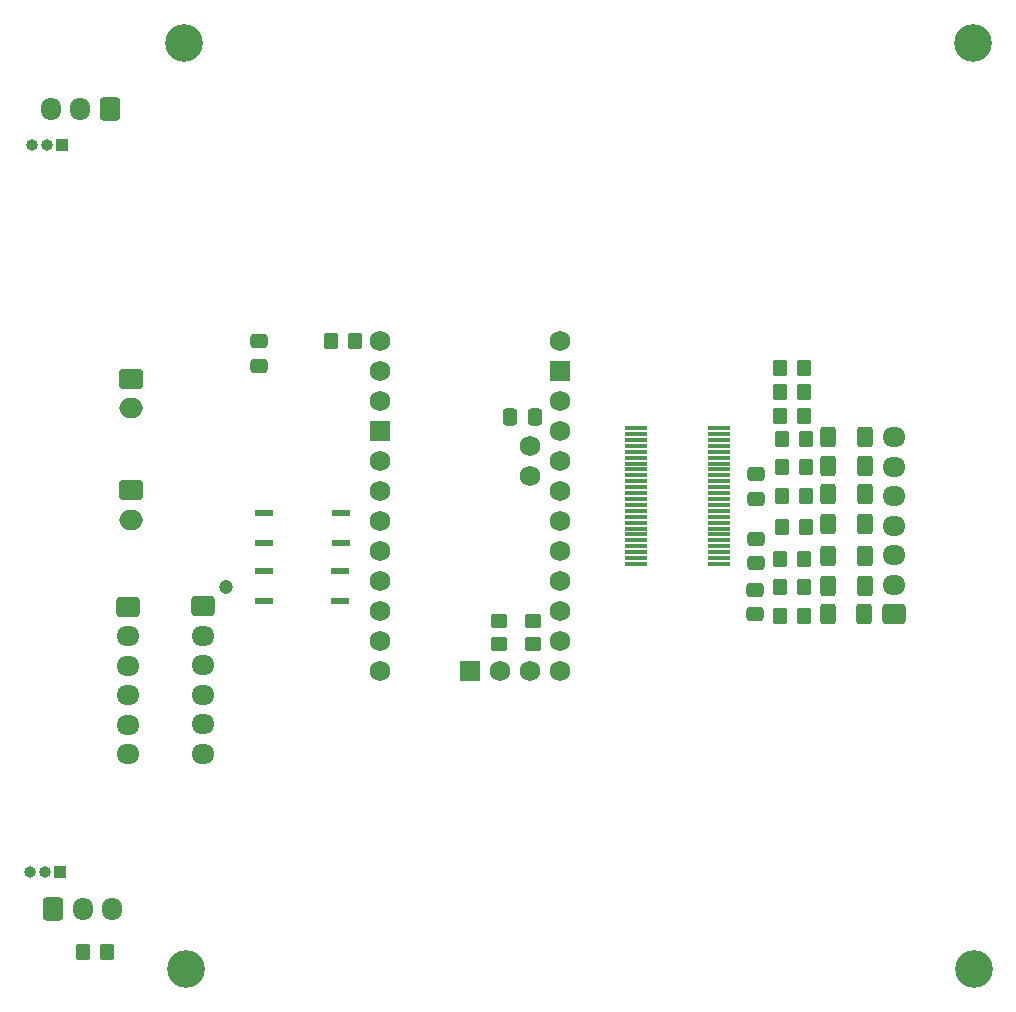
<source format=gbr>
%TF.GenerationSoftware,KiCad,Pcbnew,7.0.9*%
%TF.CreationDate,2024-01-19T18:50:41+05:30*%
%TF.ProjectId,BMS LTC6804-2,424d5320-4c54-4433-9638-30342d322e6b,rev?*%
%TF.SameCoordinates,Original*%
%TF.FileFunction,Soldermask,Bot*%
%TF.FilePolarity,Negative*%
%FSLAX46Y46*%
G04 Gerber Fmt 4.6, Leading zero omitted, Abs format (unit mm)*
G04 Created by KiCad (PCBNEW 7.0.9) date 2024-01-19 18:50:41*
%MOMM*%
%LPD*%
G01*
G04 APERTURE LIST*
G04 Aperture macros list*
%AMRoundRect*
0 Rectangle with rounded corners*
0 $1 Rounding radius*
0 $2 $3 $4 $5 $6 $7 $8 $9 X,Y pos of 4 corners*
0 Add a 4 corners polygon primitive as box body*
4,1,4,$2,$3,$4,$5,$6,$7,$8,$9,$2,$3,0*
0 Add four circle primitives for the rounded corners*
1,1,$1+$1,$2,$3*
1,1,$1+$1,$4,$5*
1,1,$1+$1,$6,$7*
1,1,$1+$1,$8,$9*
0 Add four rect primitives between the rounded corners*
20,1,$1+$1,$2,$3,$4,$5,0*
20,1,$1+$1,$4,$5,$6,$7,0*
20,1,$1+$1,$6,$7,$8,$9,0*
20,1,$1+$1,$8,$9,$2,$3,0*%
G04 Aperture macros list end*
%ADD10C,3.200000*%
%ADD11C,1.727200*%
%ADD12R,1.727200X1.727200*%
%ADD13RoundRect,0.250000X-0.725000X0.600000X-0.725000X-0.600000X0.725000X-0.600000X0.725000X0.600000X0*%
%ADD14O,1.950000X1.700000*%
%ADD15RoundRect,0.250000X0.600000X0.725000X-0.600000X0.725000X-0.600000X-0.725000X0.600000X-0.725000X0*%
%ADD16O,1.700000X1.950000*%
%ADD17RoundRect,0.250000X-0.750000X0.600000X-0.750000X-0.600000X0.750000X-0.600000X0.750000X0.600000X0*%
%ADD18O,2.000000X1.700000*%
%ADD19RoundRect,0.250000X0.725000X-0.600000X0.725000X0.600000X-0.725000X0.600000X-0.725000X-0.600000X0*%
%ADD20RoundRect,0.250000X-0.600000X-0.725000X0.600000X-0.725000X0.600000X0.725000X-0.600000X0.725000X0*%
%ADD21RoundRect,0.137500X0.662500X0.137500X-0.662500X0.137500X-0.662500X-0.137500X0.662500X-0.137500X0*%
%ADD22R,1.000000X1.000000*%
%ADD23O,1.000000X1.000000*%
%ADD24RoundRect,0.075000X0.875000X0.075000X-0.875000X0.075000X-0.875000X-0.075000X0.875000X-0.075000X0*%
%ADD25RoundRect,0.250000X0.350000X0.450000X-0.350000X0.450000X-0.350000X-0.450000X0.350000X-0.450000X0*%
%ADD26RoundRect,0.250000X-0.400000X-0.625000X0.400000X-0.625000X0.400000X0.625000X-0.400000X0.625000X0*%
%ADD27RoundRect,0.250000X-0.350000X-0.450000X0.350000X-0.450000X0.350000X0.450000X-0.350000X0.450000X0*%
%ADD28RoundRect,0.250000X0.475000X-0.337500X0.475000X0.337500X-0.475000X0.337500X-0.475000X-0.337500X0*%
%ADD29RoundRect,0.250000X-0.450000X0.350000X-0.450000X-0.350000X0.450000X-0.350000X0.450000X0.350000X0*%
%ADD30RoundRect,0.250000X-0.475000X0.337500X-0.475000X-0.337500X0.475000X-0.337500X0.475000X0.337500X0*%
%ADD31C,1.200000*%
%ADD32RoundRect,0.250000X0.337500X0.475000X-0.337500X0.475000X-0.337500X-0.475000X0.337500X-0.475000X0*%
G04 APERTURE END LIST*
D10*
%TO.C,H1*%
X104216200Y-19100800D03*
%TD*%
D11*
%TO.C,A1*%
X69215000Y-62103000D03*
X69215000Y-59563000D03*
X69215000Y-57023000D03*
X69215000Y-54483000D03*
X66675000Y-55753000D03*
X66675000Y-53213000D03*
X64135000Y-72263000D03*
X66675000Y-72263000D03*
X53975000Y-46863000D03*
X53975000Y-44323000D03*
X53975000Y-54483000D03*
X53975000Y-57023000D03*
X53975000Y-59563000D03*
X53975000Y-62103000D03*
X53975000Y-64643000D03*
X53975000Y-67183000D03*
X53975000Y-69723000D03*
X53975000Y-72263000D03*
X69215000Y-72263000D03*
X69215000Y-69723000D03*
X69215000Y-67183000D03*
X69215000Y-64643000D03*
D12*
X53975000Y-51943000D03*
X69215000Y-46863000D03*
X61595000Y-72263000D03*
D11*
X69215000Y-44323000D03*
X53975000Y-49403000D03*
X69215000Y-49403000D03*
X69215000Y-51943000D03*
%TD*%
D13*
%TO.C,J1*%
X32639000Y-66802000D03*
D14*
X32639000Y-69302000D03*
X32639000Y-71802000D03*
X32639000Y-74302000D03*
X32639000Y-76802000D03*
X32639000Y-79302000D03*
%TD*%
D10*
%TO.C,H4*%
X104241600Y-97485200D03*
%TD*%
D15*
%TO.C,J4*%
X31115000Y-24638000D03*
D16*
X28615000Y-24638000D03*
X26115000Y-24638000D03*
%TD*%
D17*
%TO.C,J7*%
X32914000Y-47518000D03*
D18*
X32914000Y-50018000D03*
%TD*%
D17*
%TO.C,J8*%
X32914000Y-56968000D03*
D18*
X32914000Y-59468000D03*
%TD*%
D19*
%TO.C,J9*%
X97536000Y-67451000D03*
D14*
X97536000Y-64951000D03*
X97536000Y-62451000D03*
X97536000Y-59951000D03*
X97536000Y-57451000D03*
X97536000Y-54951000D03*
X97536000Y-52451000D03*
%TD*%
D20*
%TO.C,J3*%
X26329000Y-92384000D03*
D16*
X28829000Y-92384000D03*
X31329000Y-92384000D03*
%TD*%
D21*
%TO.C,U3*%
X50671800Y-58877200D03*
X50671800Y-61417200D03*
X44171800Y-61417200D03*
X44171800Y-58877200D03*
%TD*%
D22*
%TO.C,J6*%
X26908000Y-89281000D03*
D23*
X25638000Y-89281000D03*
X24368000Y-89281000D03*
%TD*%
D24*
%TO.C,U9*%
X82677000Y-51690000D03*
X82677000Y-52190000D03*
X82677000Y-52690000D03*
X82677000Y-53190000D03*
X82677000Y-53690000D03*
X82677000Y-54190000D03*
X82677000Y-54690000D03*
X82677000Y-55190000D03*
X82677000Y-55690000D03*
X82677000Y-56190000D03*
X82677000Y-56690000D03*
X82677000Y-57190000D03*
X82677000Y-57690000D03*
X82677000Y-58190000D03*
X82677000Y-58690000D03*
X82677000Y-59190000D03*
X82677000Y-59690000D03*
X82677000Y-60190000D03*
X82677000Y-60690000D03*
X82677000Y-61190000D03*
X82677000Y-61690000D03*
X82677000Y-62190000D03*
X82677000Y-62690000D03*
X82677000Y-63190000D03*
X75677000Y-63190000D03*
X75677000Y-62690000D03*
X75677000Y-62190000D03*
X75677000Y-61690000D03*
X75677000Y-61190000D03*
X75677000Y-60690000D03*
X75677000Y-60190000D03*
X75677000Y-59690000D03*
X75677000Y-59190000D03*
X75677000Y-58690000D03*
X75677000Y-58190000D03*
X75677000Y-57690000D03*
X75677000Y-57190000D03*
X75677000Y-56690000D03*
X75677000Y-56190000D03*
X75677000Y-55690000D03*
X75677000Y-55190000D03*
X75677000Y-54690000D03*
X75677000Y-54190000D03*
X75677000Y-53690000D03*
X75677000Y-53190000D03*
X75677000Y-52690000D03*
X75677000Y-52190000D03*
X75677000Y-51690000D03*
%TD*%
D25*
%TO.C,R12*%
X89900000Y-67564000D03*
X87900000Y-67564000D03*
%TD*%
%TO.C,R16*%
X90027000Y-57404000D03*
X88027000Y-57404000D03*
%TD*%
%TO.C,R17*%
X90027000Y-54991000D03*
X88027000Y-54991000D03*
%TD*%
D26*
%TO.C,F2*%
X91922000Y-54864000D03*
X95022000Y-54864000D03*
%TD*%
D27*
%TO.C,R9*%
X49850800Y-44272200D03*
X51850800Y-44272200D03*
%TD*%
D25*
%TO.C,R13*%
X89900000Y-65151000D03*
X87900000Y-65151000D03*
%TD*%
D28*
%TO.C,C7*%
X43764200Y-46401900D03*
X43764200Y-44326900D03*
%TD*%
D29*
%TO.C,R33*%
X66979800Y-67986400D03*
X66979800Y-69986400D03*
%TD*%
D25*
%TO.C,R27*%
X89900000Y-50673000D03*
X87900000Y-50673000D03*
%TD*%
%TO.C,R29*%
X89900000Y-48641000D03*
X87900000Y-48641000D03*
%TD*%
D10*
%TO.C,H3*%
X37566600Y-97459800D03*
%TD*%
D30*
%TO.C,C18*%
X85852000Y-61065500D03*
X85852000Y-63140500D03*
%TD*%
D26*
%TO.C,F4*%
X91922000Y-59817000D03*
X95022000Y-59817000D03*
%TD*%
D25*
%TO.C,R14*%
X89900000Y-62738000D03*
X87900000Y-62738000D03*
%TD*%
%TO.C,R2*%
X30845000Y-96012000D03*
X28845000Y-96012000D03*
%TD*%
D26*
%TO.C,F1*%
X91922000Y-52451000D03*
X95022000Y-52451000D03*
%TD*%
D31*
%TO.C,J2*%
X40972000Y-65175000D03*
D13*
X38972000Y-66775000D03*
D14*
X38972000Y-69275000D03*
X38972000Y-71775000D03*
X38972000Y-74275000D03*
X38972000Y-76775000D03*
X38972000Y-79275000D03*
%TD*%
D10*
%TO.C,H2*%
X37363400Y-19100800D03*
%TD*%
D30*
%TO.C,C20*%
X85725000Y-65383500D03*
X85725000Y-67458500D03*
%TD*%
D25*
%TO.C,R15*%
X90027000Y-60071000D03*
X88027000Y-60071000D03*
%TD*%
D22*
%TO.C,J5*%
X27051000Y-27686000D03*
D23*
X25781000Y-27686000D03*
X24511000Y-27686000D03*
%TD*%
D30*
%TO.C,C16*%
X85852000Y-55604500D03*
X85852000Y-57679500D03*
%TD*%
D21*
%TO.C,U5*%
X50646400Y-63754000D03*
X50646400Y-66294000D03*
X44146400Y-66294000D03*
X44146400Y-63754000D03*
%TD*%
D26*
%TO.C,F7*%
X91896000Y-67437000D03*
X94996000Y-67437000D03*
%TD*%
D25*
%TO.C,R26*%
X89900000Y-46609000D03*
X87900000Y-46609000D03*
%TD*%
D26*
%TO.C,F3*%
X91922000Y-57277000D03*
X95022000Y-57277000D03*
%TD*%
%TO.C,F5*%
X91922000Y-62484000D03*
X95022000Y-62484000D03*
%TD*%
%TO.C,F6*%
X91922000Y-65024000D03*
X95022000Y-65024000D03*
%TD*%
D29*
%TO.C,R32*%
X64029800Y-67986400D03*
X64029800Y-69986400D03*
%TD*%
D25*
%TO.C,R18*%
X90027000Y-52578000D03*
X88027000Y-52578000D03*
%TD*%
D32*
%TO.C,C12*%
X67077500Y-50749200D03*
X65002500Y-50749200D03*
%TD*%
M02*

</source>
